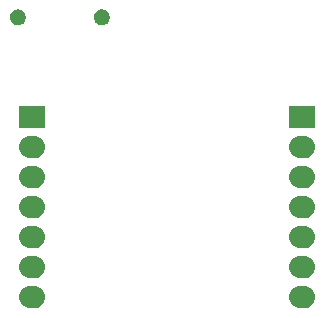
<source format=gbs>
%TF.GenerationSoftware,KiCad,Pcbnew,4.0.5-e0-6337~49~ubuntu16.04.1*%
%TF.CreationDate,2017-08-14T13:56:54-07:00*%
%TF.ProjectId,mcp73871-battery-mgmt-breakout,6D637037333837312D62617474657279,1.0*%
%TF.FileFunction,Soldermask,Bot*%
%FSLAX46Y46*%
G04 Gerber Fmt 4.6, Leading zero omitted, Abs format (unit mm)*
G04 Created by KiCad (PCBNEW 4.0.5-e0-6337~49~ubuntu16.04.1) date Mon Aug 14 13:56:54 2017*
%MOMM*%
%LPD*%
G01*
G04 APERTURE LIST*
%ADD10C,0.350000*%
G04 APERTURE END LIST*
D10*
G36*
X25594149Y-44069077D02*
X25594154Y-44069078D01*
X25596207Y-44069092D01*
X25778480Y-44089537D01*
X25953312Y-44144997D01*
X26114041Y-44233358D01*
X26254546Y-44351256D01*
X26369476Y-44494200D01*
X26454452Y-44656745D01*
X26506239Y-44832699D01*
X26506243Y-44832740D01*
X26506244Y-44832744D01*
X26522863Y-45015358D01*
X26505048Y-45184856D01*
X26503690Y-45197773D01*
X26449452Y-45372987D01*
X26362215Y-45534329D01*
X26245300Y-45675655D01*
X26103162Y-45791579D01*
X25941215Y-45877688D01*
X25765626Y-45930702D01*
X25583085Y-45948600D01*
X25267683Y-45948600D01*
X25256651Y-45948523D01*
X25256646Y-45948522D01*
X25254593Y-45948508D01*
X25072320Y-45928063D01*
X24897488Y-45872603D01*
X24736759Y-45784242D01*
X24596254Y-45666344D01*
X24481324Y-45523400D01*
X24396348Y-45360855D01*
X24344561Y-45184901D01*
X24344557Y-45184860D01*
X24344556Y-45184856D01*
X24327937Y-45002242D01*
X24347105Y-44819874D01*
X24347110Y-44819827D01*
X24401348Y-44644613D01*
X24488585Y-44483271D01*
X24605500Y-44341945D01*
X24747638Y-44226021D01*
X24909585Y-44139912D01*
X25085174Y-44086898D01*
X25267715Y-44069000D01*
X25583117Y-44069000D01*
X25594149Y-44069077D01*
X25594149Y-44069077D01*
G37*
G36*
X48454149Y-44069077D02*
X48454154Y-44069078D01*
X48456207Y-44069092D01*
X48638480Y-44089537D01*
X48813312Y-44144997D01*
X48974041Y-44233358D01*
X49114546Y-44351256D01*
X49229476Y-44494200D01*
X49314452Y-44656745D01*
X49366239Y-44832699D01*
X49366243Y-44832740D01*
X49366244Y-44832744D01*
X49382863Y-45015358D01*
X49365048Y-45184856D01*
X49363690Y-45197773D01*
X49309452Y-45372987D01*
X49222215Y-45534329D01*
X49105300Y-45675655D01*
X48963162Y-45791579D01*
X48801215Y-45877688D01*
X48625626Y-45930702D01*
X48443085Y-45948600D01*
X48127683Y-45948600D01*
X48116651Y-45948523D01*
X48116646Y-45948522D01*
X48114593Y-45948508D01*
X47932320Y-45928063D01*
X47757488Y-45872603D01*
X47596759Y-45784242D01*
X47456254Y-45666344D01*
X47341324Y-45523400D01*
X47256348Y-45360855D01*
X47204561Y-45184901D01*
X47204557Y-45184860D01*
X47204556Y-45184856D01*
X47187937Y-45002242D01*
X47207105Y-44819874D01*
X47207110Y-44819827D01*
X47261348Y-44644613D01*
X47348585Y-44483271D01*
X47465500Y-44341945D01*
X47607638Y-44226021D01*
X47769585Y-44139912D01*
X47945174Y-44086898D01*
X48127715Y-44069000D01*
X48443117Y-44069000D01*
X48454149Y-44069077D01*
X48454149Y-44069077D01*
G37*
G36*
X25594149Y-41529077D02*
X25594154Y-41529078D01*
X25596207Y-41529092D01*
X25778480Y-41549537D01*
X25953312Y-41604997D01*
X26114041Y-41693358D01*
X26254546Y-41811256D01*
X26369476Y-41954200D01*
X26454452Y-42116745D01*
X26506239Y-42292699D01*
X26506243Y-42292740D01*
X26506244Y-42292744D01*
X26522863Y-42475358D01*
X26505048Y-42644856D01*
X26503690Y-42657773D01*
X26449452Y-42832987D01*
X26362215Y-42994329D01*
X26245300Y-43135655D01*
X26103162Y-43251579D01*
X25941215Y-43337688D01*
X25765626Y-43390702D01*
X25583085Y-43408600D01*
X25267683Y-43408600D01*
X25256651Y-43408523D01*
X25256646Y-43408522D01*
X25254593Y-43408508D01*
X25072320Y-43388063D01*
X24897488Y-43332603D01*
X24736759Y-43244242D01*
X24596254Y-43126344D01*
X24481324Y-42983400D01*
X24396348Y-42820855D01*
X24344561Y-42644901D01*
X24344557Y-42644860D01*
X24344556Y-42644856D01*
X24327937Y-42462242D01*
X24347105Y-42279874D01*
X24347110Y-42279827D01*
X24401348Y-42104613D01*
X24488585Y-41943271D01*
X24605500Y-41801945D01*
X24747638Y-41686021D01*
X24909585Y-41599912D01*
X25085174Y-41546898D01*
X25267715Y-41529000D01*
X25583117Y-41529000D01*
X25594149Y-41529077D01*
X25594149Y-41529077D01*
G37*
G36*
X48454149Y-41529077D02*
X48454154Y-41529078D01*
X48456207Y-41529092D01*
X48638480Y-41549537D01*
X48813312Y-41604997D01*
X48974041Y-41693358D01*
X49114546Y-41811256D01*
X49229476Y-41954200D01*
X49314452Y-42116745D01*
X49366239Y-42292699D01*
X49366243Y-42292740D01*
X49366244Y-42292744D01*
X49382863Y-42475358D01*
X49365048Y-42644856D01*
X49363690Y-42657773D01*
X49309452Y-42832987D01*
X49222215Y-42994329D01*
X49105300Y-43135655D01*
X48963162Y-43251579D01*
X48801215Y-43337688D01*
X48625626Y-43390702D01*
X48443085Y-43408600D01*
X48127683Y-43408600D01*
X48116651Y-43408523D01*
X48116646Y-43408522D01*
X48114593Y-43408508D01*
X47932320Y-43388063D01*
X47757488Y-43332603D01*
X47596759Y-43244242D01*
X47456254Y-43126344D01*
X47341324Y-42983400D01*
X47256348Y-42820855D01*
X47204561Y-42644901D01*
X47204557Y-42644860D01*
X47204556Y-42644856D01*
X47187937Y-42462242D01*
X47207105Y-42279874D01*
X47207110Y-42279827D01*
X47261348Y-42104613D01*
X47348585Y-41943271D01*
X47465500Y-41801945D01*
X47607638Y-41686021D01*
X47769585Y-41599912D01*
X47945174Y-41546898D01*
X48127715Y-41529000D01*
X48443117Y-41529000D01*
X48454149Y-41529077D01*
X48454149Y-41529077D01*
G37*
G36*
X48454149Y-38989077D02*
X48454154Y-38989078D01*
X48456207Y-38989092D01*
X48638480Y-39009537D01*
X48813312Y-39064997D01*
X48974041Y-39153358D01*
X49114546Y-39271256D01*
X49229476Y-39414200D01*
X49314452Y-39576745D01*
X49366239Y-39752699D01*
X49366243Y-39752740D01*
X49366244Y-39752744D01*
X49382863Y-39935358D01*
X49365048Y-40104856D01*
X49363690Y-40117773D01*
X49309452Y-40292987D01*
X49222215Y-40454329D01*
X49105300Y-40595655D01*
X48963162Y-40711579D01*
X48801215Y-40797688D01*
X48625626Y-40850702D01*
X48443085Y-40868600D01*
X48127683Y-40868600D01*
X48116651Y-40868523D01*
X48116646Y-40868522D01*
X48114593Y-40868508D01*
X47932320Y-40848063D01*
X47757488Y-40792603D01*
X47596759Y-40704242D01*
X47456254Y-40586344D01*
X47341324Y-40443400D01*
X47256348Y-40280855D01*
X47204561Y-40104901D01*
X47204557Y-40104860D01*
X47204556Y-40104856D01*
X47187937Y-39922242D01*
X47207105Y-39739874D01*
X47207110Y-39739827D01*
X47261348Y-39564613D01*
X47348585Y-39403271D01*
X47465500Y-39261945D01*
X47607638Y-39146021D01*
X47769585Y-39059912D01*
X47945174Y-39006898D01*
X48127715Y-38989000D01*
X48443117Y-38989000D01*
X48454149Y-38989077D01*
X48454149Y-38989077D01*
G37*
G36*
X25594149Y-38989077D02*
X25594154Y-38989078D01*
X25596207Y-38989092D01*
X25778480Y-39009537D01*
X25953312Y-39064997D01*
X26114041Y-39153358D01*
X26254546Y-39271256D01*
X26369476Y-39414200D01*
X26454452Y-39576745D01*
X26506239Y-39752699D01*
X26506243Y-39752740D01*
X26506244Y-39752744D01*
X26522863Y-39935358D01*
X26505048Y-40104856D01*
X26503690Y-40117773D01*
X26449452Y-40292987D01*
X26362215Y-40454329D01*
X26245300Y-40595655D01*
X26103162Y-40711579D01*
X25941215Y-40797688D01*
X25765626Y-40850702D01*
X25583085Y-40868600D01*
X25267683Y-40868600D01*
X25256651Y-40868523D01*
X25256646Y-40868522D01*
X25254593Y-40868508D01*
X25072320Y-40848063D01*
X24897488Y-40792603D01*
X24736759Y-40704242D01*
X24596254Y-40586344D01*
X24481324Y-40443400D01*
X24396348Y-40280855D01*
X24344561Y-40104901D01*
X24344557Y-40104860D01*
X24344556Y-40104856D01*
X24327937Y-39922242D01*
X24347105Y-39739874D01*
X24347110Y-39739827D01*
X24401348Y-39564613D01*
X24488585Y-39403271D01*
X24605500Y-39261945D01*
X24747638Y-39146021D01*
X24909585Y-39059912D01*
X25085174Y-39006898D01*
X25267715Y-38989000D01*
X25583117Y-38989000D01*
X25594149Y-38989077D01*
X25594149Y-38989077D01*
G37*
G36*
X25594149Y-36449077D02*
X25594154Y-36449078D01*
X25596207Y-36449092D01*
X25778480Y-36469537D01*
X25953312Y-36524997D01*
X26114041Y-36613358D01*
X26254546Y-36731256D01*
X26369476Y-36874200D01*
X26454452Y-37036745D01*
X26506239Y-37212699D01*
X26506243Y-37212740D01*
X26506244Y-37212744D01*
X26522863Y-37395358D01*
X26505048Y-37564856D01*
X26503690Y-37577773D01*
X26449452Y-37752987D01*
X26362215Y-37914329D01*
X26245300Y-38055655D01*
X26103162Y-38171579D01*
X25941215Y-38257688D01*
X25765626Y-38310702D01*
X25583085Y-38328600D01*
X25267683Y-38328600D01*
X25256651Y-38328523D01*
X25256646Y-38328522D01*
X25254593Y-38328508D01*
X25072320Y-38308063D01*
X24897488Y-38252603D01*
X24736759Y-38164242D01*
X24596254Y-38046344D01*
X24481324Y-37903400D01*
X24396348Y-37740855D01*
X24344561Y-37564901D01*
X24344557Y-37564860D01*
X24344556Y-37564856D01*
X24327937Y-37382242D01*
X24347105Y-37199874D01*
X24347110Y-37199827D01*
X24401348Y-37024613D01*
X24488585Y-36863271D01*
X24605500Y-36721945D01*
X24747638Y-36606021D01*
X24909585Y-36519912D01*
X25085174Y-36466898D01*
X25267715Y-36449000D01*
X25583117Y-36449000D01*
X25594149Y-36449077D01*
X25594149Y-36449077D01*
G37*
G36*
X48454149Y-36449077D02*
X48454154Y-36449078D01*
X48456207Y-36449092D01*
X48638480Y-36469537D01*
X48813312Y-36524997D01*
X48974041Y-36613358D01*
X49114546Y-36731256D01*
X49229476Y-36874200D01*
X49314452Y-37036745D01*
X49366239Y-37212699D01*
X49366243Y-37212740D01*
X49366244Y-37212744D01*
X49382863Y-37395358D01*
X49365048Y-37564856D01*
X49363690Y-37577773D01*
X49309452Y-37752987D01*
X49222215Y-37914329D01*
X49105300Y-38055655D01*
X48963162Y-38171579D01*
X48801215Y-38257688D01*
X48625626Y-38310702D01*
X48443085Y-38328600D01*
X48127683Y-38328600D01*
X48116651Y-38328523D01*
X48116646Y-38328522D01*
X48114593Y-38328508D01*
X47932320Y-38308063D01*
X47757488Y-38252603D01*
X47596759Y-38164242D01*
X47456254Y-38046344D01*
X47341324Y-37903400D01*
X47256348Y-37740855D01*
X47204561Y-37564901D01*
X47204557Y-37564860D01*
X47204556Y-37564856D01*
X47187937Y-37382242D01*
X47207105Y-37199874D01*
X47207110Y-37199827D01*
X47261348Y-37024613D01*
X47348585Y-36863271D01*
X47465500Y-36721945D01*
X47607638Y-36606021D01*
X47769585Y-36519912D01*
X47945174Y-36466898D01*
X48127715Y-36449000D01*
X48443117Y-36449000D01*
X48454149Y-36449077D01*
X48454149Y-36449077D01*
G37*
G36*
X25594149Y-33909077D02*
X25594154Y-33909078D01*
X25596207Y-33909092D01*
X25778480Y-33929537D01*
X25953312Y-33984997D01*
X26114041Y-34073358D01*
X26254546Y-34191256D01*
X26369476Y-34334200D01*
X26454452Y-34496745D01*
X26506239Y-34672699D01*
X26506243Y-34672740D01*
X26506244Y-34672744D01*
X26522863Y-34855358D01*
X26505048Y-35024856D01*
X26503690Y-35037773D01*
X26449452Y-35212987D01*
X26362215Y-35374329D01*
X26245300Y-35515655D01*
X26103162Y-35631579D01*
X25941215Y-35717688D01*
X25765626Y-35770702D01*
X25583085Y-35788600D01*
X25267683Y-35788600D01*
X25256651Y-35788523D01*
X25256646Y-35788522D01*
X25254593Y-35788508D01*
X25072320Y-35768063D01*
X24897488Y-35712603D01*
X24736759Y-35624242D01*
X24596254Y-35506344D01*
X24481324Y-35363400D01*
X24396348Y-35200855D01*
X24344561Y-35024901D01*
X24344557Y-35024860D01*
X24344556Y-35024856D01*
X24327937Y-34842242D01*
X24347105Y-34659874D01*
X24347110Y-34659827D01*
X24401348Y-34484613D01*
X24488585Y-34323271D01*
X24605500Y-34181945D01*
X24747638Y-34066021D01*
X24909585Y-33979912D01*
X25085174Y-33926898D01*
X25267715Y-33909000D01*
X25583117Y-33909000D01*
X25594149Y-33909077D01*
X25594149Y-33909077D01*
G37*
G36*
X48454149Y-33909077D02*
X48454154Y-33909078D01*
X48456207Y-33909092D01*
X48638480Y-33929537D01*
X48813312Y-33984997D01*
X48974041Y-34073358D01*
X49114546Y-34191256D01*
X49229476Y-34334200D01*
X49314452Y-34496745D01*
X49366239Y-34672699D01*
X49366243Y-34672740D01*
X49366244Y-34672744D01*
X49382863Y-34855358D01*
X49365048Y-35024856D01*
X49363690Y-35037773D01*
X49309452Y-35212987D01*
X49222215Y-35374329D01*
X49105300Y-35515655D01*
X48963162Y-35631579D01*
X48801215Y-35717688D01*
X48625626Y-35770702D01*
X48443085Y-35788600D01*
X48127683Y-35788600D01*
X48116651Y-35788523D01*
X48116646Y-35788522D01*
X48114593Y-35788508D01*
X47932320Y-35768063D01*
X47757488Y-35712603D01*
X47596759Y-35624242D01*
X47456254Y-35506344D01*
X47341324Y-35363400D01*
X47256348Y-35200855D01*
X47204561Y-35024901D01*
X47204557Y-35024860D01*
X47204556Y-35024856D01*
X47187937Y-34842242D01*
X47207105Y-34659874D01*
X47207110Y-34659827D01*
X47261348Y-34484613D01*
X47348585Y-34323271D01*
X47465500Y-34181945D01*
X47607638Y-34066021D01*
X47769585Y-33979912D01*
X47945174Y-33926898D01*
X48127715Y-33909000D01*
X48443117Y-33909000D01*
X48454149Y-33909077D01*
X48454149Y-33909077D01*
G37*
G36*
X25594149Y-31369077D02*
X25594154Y-31369078D01*
X25596207Y-31369092D01*
X25778480Y-31389537D01*
X25953312Y-31444997D01*
X26114041Y-31533358D01*
X26254546Y-31651256D01*
X26369476Y-31794200D01*
X26454452Y-31956745D01*
X26506239Y-32132699D01*
X26506243Y-32132740D01*
X26506244Y-32132744D01*
X26522863Y-32315358D01*
X26505048Y-32484856D01*
X26503690Y-32497773D01*
X26449452Y-32672987D01*
X26362215Y-32834329D01*
X26245300Y-32975655D01*
X26103162Y-33091579D01*
X25941215Y-33177688D01*
X25765626Y-33230702D01*
X25583085Y-33248600D01*
X25267683Y-33248600D01*
X25256651Y-33248523D01*
X25256646Y-33248522D01*
X25254593Y-33248508D01*
X25072320Y-33228063D01*
X24897488Y-33172603D01*
X24736759Y-33084242D01*
X24596254Y-32966344D01*
X24481324Y-32823400D01*
X24396348Y-32660855D01*
X24344561Y-32484901D01*
X24344557Y-32484860D01*
X24344556Y-32484856D01*
X24327937Y-32302242D01*
X24347105Y-32119874D01*
X24347110Y-32119827D01*
X24401348Y-31944613D01*
X24488585Y-31783271D01*
X24605500Y-31641945D01*
X24747638Y-31526021D01*
X24909585Y-31439912D01*
X25085174Y-31386898D01*
X25267715Y-31369000D01*
X25583117Y-31369000D01*
X25594149Y-31369077D01*
X25594149Y-31369077D01*
G37*
G36*
X48454149Y-31369077D02*
X48454154Y-31369078D01*
X48456207Y-31369092D01*
X48638480Y-31389537D01*
X48813312Y-31444997D01*
X48974041Y-31533358D01*
X49114546Y-31651256D01*
X49229476Y-31794200D01*
X49314452Y-31956745D01*
X49366239Y-32132699D01*
X49366243Y-32132740D01*
X49366244Y-32132744D01*
X49382863Y-32315358D01*
X49365048Y-32484856D01*
X49363690Y-32497773D01*
X49309452Y-32672987D01*
X49222215Y-32834329D01*
X49105300Y-32975655D01*
X48963162Y-33091579D01*
X48801215Y-33177688D01*
X48625626Y-33230702D01*
X48443085Y-33248600D01*
X48127683Y-33248600D01*
X48116651Y-33248523D01*
X48116646Y-33248522D01*
X48114593Y-33248508D01*
X47932320Y-33228063D01*
X47757488Y-33172603D01*
X47596759Y-33084242D01*
X47456254Y-32966344D01*
X47341324Y-32823400D01*
X47256348Y-32660855D01*
X47204561Y-32484901D01*
X47204557Y-32484860D01*
X47204556Y-32484856D01*
X47187937Y-32302242D01*
X47207105Y-32119874D01*
X47207110Y-32119827D01*
X47261348Y-31944613D01*
X47348585Y-31783271D01*
X47465500Y-31641945D01*
X47607638Y-31526021D01*
X47769585Y-31439912D01*
X47945174Y-31386898D01*
X48127715Y-31369000D01*
X48443117Y-31369000D01*
X48454149Y-31369077D01*
X48454149Y-31369077D01*
G37*
G36*
X26517600Y-30708600D02*
X24333200Y-30708600D01*
X24333200Y-28829000D01*
X26517600Y-28829000D01*
X26517600Y-30708600D01*
X26517600Y-30708600D01*
G37*
G36*
X49377600Y-30708600D02*
X47193200Y-30708600D01*
X47193200Y-28829000D01*
X49377600Y-28829000D01*
X49377600Y-30708600D01*
X49377600Y-30708600D01*
G37*
G36*
X31407264Y-20629282D02*
X31537158Y-20655946D01*
X31659413Y-20707337D01*
X31769351Y-20781491D01*
X31862788Y-20875583D01*
X31936177Y-20986042D01*
X31986711Y-21108646D01*
X32012398Y-21238375D01*
X32012398Y-21238390D01*
X32012465Y-21238729D01*
X32010350Y-21390194D01*
X32010274Y-21390528D01*
X32010274Y-21390541D01*
X31980972Y-21519512D01*
X31927037Y-21640653D01*
X31850595Y-21749016D01*
X31754562Y-21840467D01*
X31642596Y-21911523D01*
X31518958Y-21959479D01*
X31388367Y-21982506D01*
X31255783Y-21979728D01*
X31126267Y-21951253D01*
X31004746Y-21898161D01*
X30895857Y-21822481D01*
X30803738Y-21727090D01*
X30731901Y-21615620D01*
X30683082Y-21492318D01*
X30659145Y-21361893D01*
X30660996Y-21229295D01*
X30688568Y-21099580D01*
X30740807Y-20977695D01*
X30815729Y-20868276D01*
X30910477Y-20775492D01*
X31021435Y-20702882D01*
X31144393Y-20653204D01*
X31274651Y-20628357D01*
X31407264Y-20629282D01*
X31407264Y-20629282D01*
G37*
G36*
X24307264Y-20629282D02*
X24437158Y-20655946D01*
X24559413Y-20707337D01*
X24669351Y-20781491D01*
X24762788Y-20875583D01*
X24836177Y-20986042D01*
X24886711Y-21108646D01*
X24912398Y-21238375D01*
X24912398Y-21238390D01*
X24912465Y-21238729D01*
X24910350Y-21390194D01*
X24910274Y-21390528D01*
X24910274Y-21390541D01*
X24880972Y-21519512D01*
X24827037Y-21640653D01*
X24750595Y-21749016D01*
X24654562Y-21840467D01*
X24542596Y-21911523D01*
X24418958Y-21959479D01*
X24288367Y-21982506D01*
X24155783Y-21979728D01*
X24026267Y-21951253D01*
X23904746Y-21898161D01*
X23795857Y-21822481D01*
X23703738Y-21727090D01*
X23631901Y-21615620D01*
X23583082Y-21492318D01*
X23559145Y-21361893D01*
X23560996Y-21229295D01*
X23588568Y-21099580D01*
X23640807Y-20977695D01*
X23715729Y-20868276D01*
X23810477Y-20775492D01*
X23921435Y-20702882D01*
X24044393Y-20653204D01*
X24174651Y-20628357D01*
X24307264Y-20629282D01*
X24307264Y-20629282D01*
G37*
M02*

</source>
